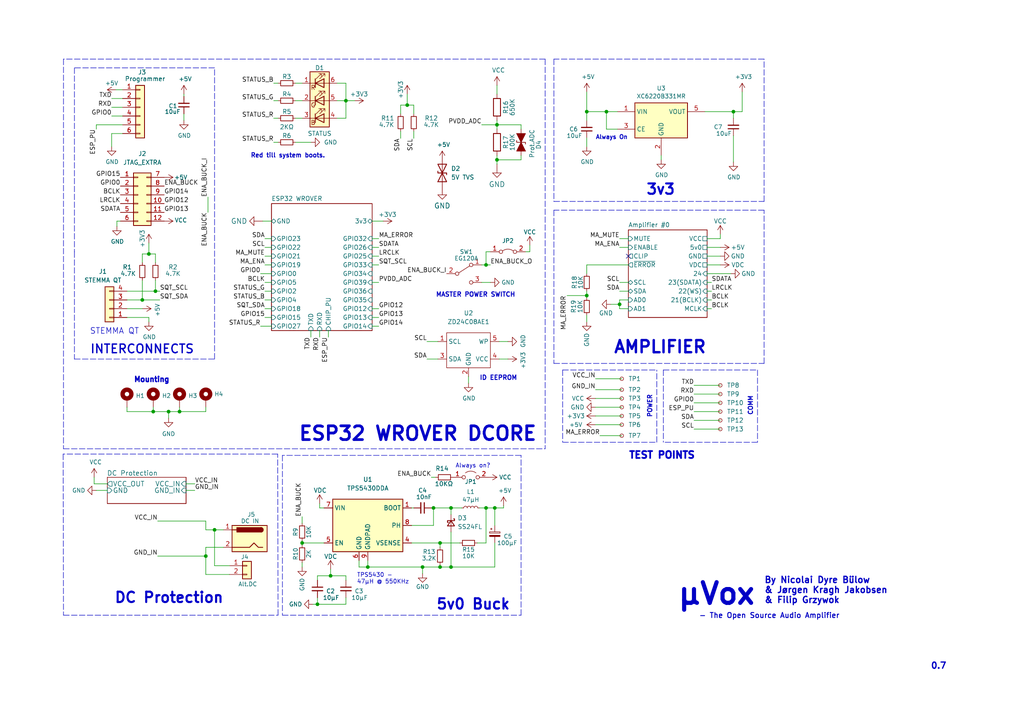
<source format=kicad_sch>
(kicad_sch (version 20211123) (generator eeschema)
  (paper "A4")
  (junction (at 100.33 29.21))
  (junction (at 125.73 147.32))
  (junction (at 130.81 164.465))
  (junction (at 95.885 167.005))
  (junction (at 130.81 147.32))
  (junction (at 143.51 147.32))
  (junction (at 170.18 32.385))
  (junction (at 106.68 164.465))
  (junction (at 127.635 157.48))
  (junction (at 92.075 175.26))
  (junction (at 127.635 164.465))
  (junction (at 45.085 84.455))
  (junction (at 48.895 119.38))
  (junction (at 43.18 73.66))
  (junction (at 140.97 76.835))
  (junction (at 62.23 153.67))
  (junction (at 144.145 46.355))
  (junction (at 144.145 36.195))
  (junction (at 179.705 88.265))
  (junction (at 41.275 86.995))
  (junction (at 212.725 32.385))
  (junction (at 170.18 85.725))
  (junction (at 59.69 161.29))
  (junction (at 87.63 157.48))
  (junction (at 44.45 119.38))
  (junction (at 175.895 32.385))
  (junction (at 118.11 30.48))
  (junction (at 122.555 164.465))
  (junction (at 52.07 119.38))
  (junction (at 140.97 147.32))
  (no_connect (at 182.245 74.295))
  (polyline (pts (xy 81.915 132.08) (xy 81.915 178.435)))
  (polyline (pts (xy 158.115 17.145) (xy 158.115 130.175)))
  (wire (pts (xy 206.375 84.455) (xy 205.105 84.455)))
  (wire (pts (xy 79.375 24.13) (xy 80.645 24.13)))
  (wire (pts (xy 170.18 76.835) (xy 182.245 76.835)))
  (wire (pts (xy 41.275 81.28) (xy 41.275 86.995)))
  (wire (pts (xy 170.18 91.44) (xy 170.18 93.345)))
  (wire (pts (xy 33.909 64.135) (xy 33.909 65.659)))
  (wire (pts (xy 79.375 34.29) (xy 80.645 34.29)))
  (polyline (pts (xy 18.415 178.435) (xy 80.645 178.435)))
  (wire (pts (xy 107.95 94.615) (xy 109.855 94.615)))
  (wire (pts (xy 85.725 29.21) (xy 87.63 29.21)))
  (wire (pts (xy 130.81 147.32) (xy 133.985 147.32)))
  (wire (pts (xy 100.33 34.29) (xy 100.33 29.21)))
  (wire (pts (xy 127.635 163.83) (xy 127.635 164.465)))
  (wire (pts (xy 123.825 104.14) (xy 127 104.14)))
  (wire (pts (xy 201.295 121.92) (xy 208.915 121.92)))
  (wire (pts (xy 170.18 79.375) (xy 170.18 76.835)))
  (wire (pts (xy 123.825 99.06) (xy 127 99.06)))
  (wire (pts (xy 170.18 84.455) (xy 170.18 85.725)))
  (wire (pts (xy 170.18 32.385) (xy 170.18 26.67)))
  (wire (pts (xy 120.015 30.48) (xy 120.015 33.02)))
  (wire (pts (xy 130.81 147.32) (xy 125.73 147.32)))
  (wire (pts (xy 97.79 29.21) (xy 100.33 29.21)))
  (wire (pts (xy 36.83 119.38) (xy 44.45 119.38)))
  (wire (pts (xy 201.295 119.38) (xy 208.915 119.38)))
  (wire (pts (xy 212.725 32.385) (xy 215.265 32.385)))
  (wire (pts (xy 119.38 157.48) (xy 127.635 157.48)))
  (wire (pts (xy 97.79 34.29) (xy 100.33 34.29)))
  (polyline (pts (xy 221.615 58.42) (xy 221.615 17.145)))
  (wire (pts (xy 45.085 73.66) (xy 45.085 76.2)))
  (wire (pts (xy 36.83 86.995) (xy 41.275 86.995)))
  (wire (pts (xy 92.075 175.26) (xy 100.33 175.26)))
  (wire (pts (xy 31.115 142.24) (xy 27.94 142.24)))
  (wire (pts (xy 204.47 32.385) (xy 212.725 32.385)))
  (wire (pts (xy 175.895 32.385) (xy 179.07 32.385)))
  (wire (pts (xy 75.565 94.615) (xy 78.74 94.615)))
  (wire (pts (xy 85.725 34.29) (xy 87.63 34.29)))
  (wire (pts (xy 179.705 89.535) (xy 182.245 89.535)))
  (wire (pts (xy 87.63 157.48) (xy 93.98 157.48)))
  (wire (pts (xy 130.81 154.305) (xy 130.81 164.465)))
  (wire (pts (xy 135.89 109.22) (xy 135.89 111.125)))
  (wire (pts (xy 144.78 104.14) (xy 147.32 104.14)))
  (wire (pts (xy 92.71 97.79) (xy 92.71 95.885)))
  (wire (pts (xy 76.835 76.835) (xy 78.74 76.835)))
  (wire (pts (xy 79.375 41.275) (xy 80.645 41.275)))
  (polyline (pts (xy 190.5 128.27) (xy 190.5 107.315)))
  (wire (pts (xy 144.145 36.195) (xy 151.13 36.195)))
  (wire (pts (xy 41.275 76.2) (xy 41.275 73.66)))
  (polyline (pts (xy 192.405 107.315) (xy 192.405 128.27)))
  (polyline (pts (xy 62.23 19.685) (xy 21.59 19.685)))
  (wire (pts (xy 206.375 81.915) (xy 205.105 81.915)))
  (wire (pts (xy 201.295 124.46) (xy 208.915 124.46)))
  (wire (pts (xy 62.23 164.084) (xy 66.548 164.084)))
  (wire (pts (xy 208.915 71.755) (xy 205.105 71.755)))
  (wire (pts (xy 140.97 147.32) (xy 143.51 147.32)))
  (polyline (pts (xy 80.5434 131.699) (xy 18.3134 131.699)))
  (wire (pts (xy 125.73 147.32) (xy 125.095 147.32)))
  (wire (pts (xy 120.015 147.32) (xy 119.38 147.32)))
  (wire (pts (xy 179.705 88.265) (xy 179.705 89.535)))
  (wire (pts (xy 172.72 123.19) (xy 180.34 123.19)))
  (wire (pts (xy 173.99 126.365) (xy 180.34 126.365)))
  (wire (pts (xy 179.705 81.915) (xy 182.245 81.915)))
  (wire (pts (xy 118.11 30.48) (xy 120.015 30.48)))
  (polyline (pts (xy 18.415 17.145) (xy 18.415 130.175)))
  (wire (pts (xy 41.275 73.66) (xy 43.18 73.66)))
  (wire (pts (xy 100.33 24.13) (xy 100.33 29.21)))
  (wire (pts (xy 95.885 165.1) (xy 95.885 167.005)))
  (wire (pts (xy 59.69 166.624) (xy 66.548 166.624)))
  (wire (pts (xy 140.97 157.48) (xy 140.97 147.32)))
  (wire (pts (xy 143.51 152.4) (xy 143.51 147.32)))
  (polyline (pts (xy 163.195 128.27) (xy 190.5 128.27)))
  (wire (pts (xy 206.375 86.995) (xy 205.105 86.995)))
  (wire (pts (xy 179.07 37.465) (xy 175.895 37.465)))
  (wire (pts (xy 45.085 81.28) (xy 45.085 84.455)))
  (polyline (pts (xy 163.195 107.315) (xy 163.195 128.27)))
  (wire (pts (xy 87.63 157.48) (xy 87.63 156.845)))
  (wire (pts (xy 93.98 147.32) (xy 92.71 147.32)))
  (wire (pts (xy 139.7 36.195) (xy 144.145 36.195)))
  (wire (pts (xy 144.78 99.06) (xy 147.32 99.06)))
  (wire (pts (xy 87.63 158.115) (xy 87.63 157.48)))
  (wire (pts (xy 97.79 24.13) (xy 100.33 24.13)))
  (wire (pts (xy 127.635 164.465) (xy 130.81 164.465)))
  (wire (pts (xy 95.25 97.79) (xy 95.25 95.885)))
  (wire (pts (xy 87.63 164.465) (xy 87.63 163.195)))
  (wire (pts (xy 140.97 76.835) (xy 142.24 76.835)))
  (wire (pts (xy 85.725 24.13) (xy 87.63 24.13)))
  (wire (pts (xy 170.18 32.385) (xy 175.895 32.385)))
  (polyline (pts (xy 160.655 60.96) (xy 160.655 105.41)))
  (wire (pts (xy 212.725 39.37) (xy 212.725 46.99)))
  (wire (pts (xy 31.115 140.335) (xy 27.305 140.335)))
  (wire (pts (xy 35.56 26.035) (xy 33.655 26.035)))
  (wire (pts (xy 92.075 173.355) (xy 92.075 175.26)))
  (wire (pts (xy 100.33 167.005) (xy 100.33 168.275)))
  (wire (pts (xy 151.13 45.085) (xy 151.13 46.355)))
  (wire (pts (xy 27.94 37.465) (xy 27.94 36.195)))
  (wire (pts (xy 208.915 67.945) (xy 208.915 69.215)))
  (wire (pts (xy 116.205 40.132) (xy 116.205 38.1)))
  (wire (pts (xy 79.375 29.21) (xy 80.645 29.21)))
  (polyline (pts (xy 151.13 132.08) (xy 81.915 132.08)))
  (wire (pts (xy 106.68 164.465) (xy 122.555 164.465)))
  (wire (pts (xy 44.45 119.38) (xy 44.45 118.11)))
  (wire (pts (xy 59.69 151.13) (xy 59.69 153.67)))
  (wire (pts (xy 140.97 73.025) (xy 142.24 73.025)))
  (wire (pts (xy 179.705 84.455) (xy 182.245 84.455)))
  (wire (pts (xy 76.835 71.755) (xy 78.74 71.755)))
  (wire (pts (xy 76.835 84.455) (xy 78.74 84.455)))
  (wire (pts (xy 43.18 70.485) (xy 43.18 73.66)))
  (wire (pts (xy 201.295 114.3) (xy 208.915 114.3)))
  (wire (pts (xy 32.385 38.735) (xy 32.385 42.545)))
  (wire (pts (xy 205.105 76.835) (xy 208.915 76.835)))
  (wire (pts (xy 140.97 76.835) (xy 140.97 73.025)))
  (polyline (pts (xy 219.71 128.27) (xy 192.405 128.27)))
  (wire (pts (xy 76.835 86.995) (xy 78.74 86.995)))
  (wire (pts (xy 127.635 157.48) (xy 127.635 158.75)))
  (wire (pts (xy 107.95 89.535) (xy 109.855 89.535)))
  (wire (pts (xy 125.73 152.4) (xy 125.73 147.32)))
  (wire (pts (xy 76.835 69.215) (xy 78.74 69.215)))
  (polyline (pts (xy 18.415 130.175) (xy 158.115 130.175)))
  (wire (pts (xy 201.295 116.84) (xy 208.915 116.84)))
  (wire (pts (xy 177.165 88.265) (xy 179.705 88.265)))
  (wire (pts (xy 116.205 30.48) (xy 118.11 30.48)))
  (wire (pts (xy 100.33 175.26) (xy 100.33 173.355)))
  (polyline (pts (xy 151.13 178.435) (xy 151.13 132.08)))
  (wire (pts (xy 100.33 29.21) (xy 102.87 29.21)))
  (wire (pts (xy 146.05 146.685) (xy 146.05 147.32)))
  (wire (pts (xy 143.51 157.48) (xy 143.51 164.465)))
  (wire (pts (xy 44.45 119.38) (xy 48.895 119.38)))
  (wire (pts (xy 153.67 71.12) (xy 153.67 73.025)))
  (wire (pts (xy 139.7 81.915) (xy 142.24 81.915)))
  (wire (pts (xy 109.855 74.295) (xy 107.95 74.295)))
  (wire (pts (xy 191.77 46.355) (xy 191.77 45.085)))
  (wire (pts (xy 45.085 84.455) (xy 46.355 84.455)))
  (wire (pts (xy 32.385 31.115) (xy 35.56 31.115)))
  (wire (pts (xy 87.63 151.765) (xy 87.63 149.86)))
  (polyline (pts (xy 221.615 105.41) (xy 221.615 60.96)))
  (wire (pts (xy 36.83 84.455) (xy 45.085 84.455)))
  (polyline (pts (xy 160.655 58.42) (xy 221.615 58.42)))
  (polyline (pts (xy 21.59 19.685) (xy 21.59 73.025)))
  (polyline (pts (xy 221.615 17.145) (xy 160.655 17.145)))
  (polyline (pts (xy 221.615 60.96) (xy 160.655 60.96)))
  (wire (pts (xy 62.23 153.67) (xy 64.77 153.67)))
  (wire (pts (xy 172.72 120.65) (xy 180.34 120.65)))
  (wire (pts (xy 76.835 81.915) (xy 78.74 81.915)))
  (wire (pts (xy 107.95 69.215) (xy 109.855 69.215)))
  (wire (pts (xy 144.145 36.195) (xy 144.145 34.925)))
  (wire (pts (xy 179.705 86.995) (xy 179.705 88.265)))
  (wire (pts (xy 60.325 61.595) (xy 60.325 57.15)))
  (wire (pts (xy 172.72 109.855) (xy 180.34 109.855)))
  (wire (pts (xy 95.885 167.005) (xy 100.33 167.005)))
  (wire (pts (xy 170.18 40.005) (xy 170.18 42.545)))
  (wire (pts (xy 27.94 36.195) (xy 35.56 36.195)))
  (wire (pts (xy 143.51 164.465) (xy 130.81 164.465)))
  (wire (pts (xy 53.975 140.335) (xy 56.515 140.335)))
  (wire (pts (xy 164.465 85.725) (xy 170.18 85.725)))
  (wire (pts (xy 122.555 164.465) (xy 122.555 166.37)))
  (wire (pts (xy 138.43 157.48) (xy 140.97 157.48)))
  (wire (pts (xy 205.105 79.375) (xy 211.963 79.375)))
  (wire (pts (xy 36.83 92.075) (xy 43.18 92.075)))
  (wire (pts (xy 90.805 175.26) (xy 92.075 175.26)))
  (wire (pts (xy 41.275 86.995) (xy 46.355 86.995)))
  (wire (pts (xy 48.895 119.38) (xy 48.895 121.285)))
  (wire (pts (xy 139.7 76.835) (xy 140.97 76.835)))
  (wire (pts (xy 130.81 149.225) (xy 130.81 147.32)))
  (wire (pts (xy 127.635 157.48) (xy 133.35 157.48)))
  (wire (pts (xy 152.4 73.025) (xy 153.67 73.025)))
  (wire (pts (xy 76.835 89.535) (xy 78.74 89.535)))
  (wire (pts (xy 92.075 168.275) (xy 92.075 167.005)))
  (wire (pts (xy 35.56 33.655) (xy 32.385 33.655)))
  (polyline (pts (xy 62.23 104.14) (xy 62.23 19.685)))
  (wire (pts (xy 107.95 64.135) (xy 111.125 64.135)))
  (wire (pts (xy 45.72 151.13) (xy 59.69 151.13)))
  (wire (pts (xy 182.245 86.995) (xy 179.705 86.995)))
  (polyline (pts (xy 158.115 17.145) (xy 18.415 17.145)))
  (wire (pts (xy 43.18 73.66) (xy 45.085 73.66)))
  (polyline (pts (xy 81.915 178.435) (xy 151.13 178.435)))
  (wire (pts (xy 53.34 33.02) (xy 53.34 34.925)))
  (polyline (pts (xy 21.59 73.025) (xy 21.59 104.14)))
  (wire (pts (xy 59.69 119.38) (xy 52.07 119.38)))
  (polyline (pts (xy 219.71 107.315) (xy 219.71 128.27)))
  (wire (pts (xy 78.74 92.075) (xy 76.835 92.075)))
  (wire (pts (xy 179.705 69.215) (xy 182.245 69.215)))
  (wire (pts (xy 175.895 37.465) (xy 175.895 32.385)))
  (wire (pts (xy 32.385 28.575) (xy 35.56 28.575)))
  (wire (pts (xy 151.13 36.195) (xy 151.13 37.465)))
  (wire (pts (xy 43.18 92.075) (xy 43.18 93.345)))
  (wire (pts (xy 144.145 36.195) (xy 144.145 37.465)))
  (wire (pts (xy 116.205 33.02) (xy 116.205 30.48)))
  (wire (pts (xy 59.69 118.11) (xy 59.69 119.38)))
  (wire (pts (xy 62.23 153.67) (xy 62.23 164.084)))
  (wire (pts (xy 179.705 71.755) (xy 182.245 71.755)))
  (wire (pts (xy 122.555 164.465) (xy 127.635 164.465)))
  (wire (pts (xy 120.015 40.132) (xy 120.015 38.1)))
  (polyline (pts (xy 163.195 107.315) (xy 190.5 107.315)))
  (wire (pts (xy 90.17 97.79) (xy 90.17 95.885)))
  (wire (pts (xy 118.11 27.305) (xy 118.11 30.48)))
  (wire (pts (xy 107.95 92.075) (xy 109.855 92.075)))
  (wire (pts (xy 170.18 85.725) (xy 170.18 86.36)))
  (wire (pts (xy 53.34 27.305) (xy 53.34 27.94)))
  (wire (pts (xy 151.13 46.355) (xy 144.145 46.355)))
  (wire (pts (xy 125.095 138.43) (xy 126.365 138.43)))
  (wire (pts (xy 172.72 118.11) (xy 180.34 118.11)))
  (wire (pts (xy 144.145 46.355) (xy 144.145 47.625)))
  (wire (pts (xy 146.05 147.32) (xy 143.51 147.32)))
  (wire (pts (xy 36.83 89.535) (xy 41.275 89.535)))
  (polyline (pts (xy 18.3134 131.699) (xy 18.415 178.435)))
  (wire (pts (xy 34.925 64.135) (xy 33.909 64.135)))
  (wire (pts (xy 36.83 118.11) (xy 36.83 119.38)))
  (wire (pts (xy 104.14 162.56) (xy 104.14 164.465)))
  (polyline (pts (xy 21.59 104.14) (xy 62.23 104.14)))
  (wire (pts (xy 59.69 153.67) (xy 62.23 153.67)))
  (wire (pts (xy 107.95 76.835) (xy 109.855 76.835)))
  (wire (pts (xy 78.74 79.375) (xy 75.565 79.375)))
  (wire (pts (xy 59.69 161.29) (xy 59.69 158.75)))
  (wire (pts (xy 76.835 74.295) (xy 78.74 74.295)))
  (wire (pts (xy 109.855 81.915) (xy 107.95 81.915)))
  (wire (pts (xy 109.855 71.755) (xy 107.95 71.755)))
  (wire (pts (xy 52.07 119.38) (xy 52.07 118.11)))
  (wire (pts (xy 119.38 152.4) (xy 125.73 152.4)))
  (wire (pts (xy 139.065 147.32) (xy 140.97 147.32)))
  (polyline (pts (xy 80.645 178.435) (xy 80.5434 131.699)))
  (polyline (pts (xy 160.655 17.145) (xy 160.655 58.42)))
  (wire (pts (xy 206.375 89.535) (xy 205.105 89.535)))
  (wire (pts (xy 205.105 74.295) (xy 208.915 74.295)))
  (wire (pts (xy 144.145 45.085) (xy 144.145 46.355)))
  (wire (pts (xy 85.725 41.275) (xy 90.17 41.275)))
  (wire (pts (xy 144.145 27.305) (xy 144.145 24.765)))
  (wire (pts (xy 170.18 32.385) (xy 170.18 34.925)))
  (wire (pts (xy 201.295 111.76) (xy 208.915 111.76)))
  (wire (pts (xy 104.14 164.465) (xy 106.68 164.465)))
  (wire (pts (xy 48.895 119.38) (xy 52.07 119.38)))
  (wire (pts (xy 45.72 161.29) (xy 59.69 161.29)))
  (wire (pts (xy 212.725 32.385) (xy 212.725 34.29)))
  (wire (pts (xy 53.975 142.24) (xy 56.515 142.24)))
  (wire (pts (xy 59.69 158.75) (xy 64.77 158.75)))
  (polyline (pts (xy 160.655 105.41) (xy 221.615 105.41)))
  (polyline (pts (xy 192.405 107.315) (xy 219.71 107.315)))
  (wire (pts (xy 205.105 69.215) (xy 208.915 69.215)))
  (wire (pts (xy 59.69 166.624) (xy 59.69 161.29)))
  (wire (pts (xy 92.71 147.32) (xy 92.71 146.05)))
  (wire (pts (xy 172.72 113.03) (xy 180.34 113.03)))
  (wire (pts (xy 27.305 140.335) (xy 27.305 138.43)))
  (wire (pts (xy 106.68 164.465) (xy 106.68 162.56)))
  (wire (pts (xy 78.74 64.135) (xy 76.2 64.135)))
  (wire (pts (xy 172.72 115.57) (xy 180.34 115.57)))
  (wire (pts (xy 92.075 167.005) (xy 95.885 167.005)))
  (wire (pts (xy 35.56 38.735) (xy 32.385 38.735)))
  (wire (pts (xy 215.265 32.385) (xy 215.265 26.67)))
  (text "- The Open Source Audio Amplifier" (at 202.692 179.578 0) (effects (font (size 1.5 1.5) (thickness 0.254) bold) (justify left bottom)))
  (text "STEMMA QT" (at 26.035 97.155 0) (effects (font (size 1.7 1.7)) (justify left bottom)))
  (text "TPS5430 - \n47µH @ 550KHz" (at 103.505 169.545 0) (effects (font (size 1.1938 1.1938)) (justify left bottom)))
  (text "Red till system boots." (at 72.644 45.974 0) (effects (font (size 1.27 1.27) (thickness 0.254) bold) (justify left bottom)))
  (text "COMM" (at 218.44 120.65 90) (effects (font (size 1.27 1.27) (thickness 0.254) bold) (justify left bottom)))
  (text "POWER" (at 189.23 121.285 90) (effects (font (size 1.27 1.27) (thickness 0.254) bold) (justify left bottom)))
  (text "DC Protection" (at 33.02 175.26 0) (effects (font (size 2.9972 2.9972) (thickness 0.5994) bold) (justify left bottom)))
  (text "By Nicolai Dyre Bülow \n& Jørgen Kragh Jakobsen\n& Filip Grzywok" (at 221.615 175.26 0) (effects (font (size 1.8034 1.8034) (thickness 0.3607) bold) (justify left bottom)))
  (text "TEST POINTS\n" (at 182.245 133.35 0) (effects (font (size 2 2) (thickness 0.701) bold) (justify left bottom)))
  (text "3v3" (at 187.2488 56.8452 0) (effects (font (size 2.9972 2.9972) (thickness 0.5994) bold) (justify left bottom)))
  (text "AMPLIFIER" (at 177.8 102.87 0) (effects (font (size 3.5052 3.5052) (thickness 0.701) bold) (justify left bottom)))
  (text "INTERCONNECTS" (at 26.035 102.87 0) (effects (font (size 2.5 2.5) (thickness 0.4) bold) (justify left bottom)))
  (text "Mounting" (at 38.735 111.125 0) (effects (font (size 1.5 1.5) (thickness 0.5994) bold) (justify left bottom)))
  (text "ESP32 WROVER DCORE" (at 86.36 128.27 0) (effects (font (size 3.9878 3.9878) (thickness 0.7976) bold) (justify left bottom)))
  (text "Always on?" (at 132.08 135.89 0) (effects (font (size 1.2 1.2)) (justify left bottom)))
  (text "µVox" (at 196.215 175.895 0) (effects (font (size 5.9944 5.9944) (thickness 1.1989) bold) (justify left bottom)))
  (text "ID EEPROM" (at 139.065 110.49 0) (effects (font (size 1.2954 1.2954) (thickness 0.2591) bold) (justify left bottom)))
  (text "5v0 Buck" (at 126.365 177.165 0) (effects (font (size 2.9972 2.9972) (thickness 0.5994) bold) (justify left bottom)))
  (text "MASTER POWER SWITCH" (at 126.365 86.36 0) (effects (font (size 1.2954 1.2954) (thickness 0.2591) bold) (justify left bottom)))
  (text "0.7" (at 269.875 194.31 0) (effects (font (size 1.8034 1.8034) (thickness 0.3607) bold) (justify left bottom)))
  (text "Always On" (at 172.72 40.64 0) (effects (font (size 1.1938 1.1938) (thickness 0.2388) bold) (justify left bottom)))
  (label "GPIO0" (at 34.925 53.975 180))
  (label "ENA_BUCK" (at 87.63 149.86 90))
  (label "STATUS_R" (at 75.565 94.615 180))
  (label "SDATA" (at 109.855 71.755 0))
  (label "GND_IN" (at 172.72 113.03 180))
  (label "BCLK" (at 76.835 81.915 180))
  (label "GPIO13" (at 47.625 61.595 0))
  (label "ENA_BUCK_I" (at 129.54 79.375 180))
  (label "MA_ENA" (at 179.705 71.755 180))
  (label "STATUS_B" (at 76.835 86.995 180))
  (label "GPIO12" (at 109.855 89.535 0))
  (label "ENA_BUCK" (at 47.625 53.975 0))
  (label "SCL" (at 179.705 81.915 180))
  (label "SCL" (at 120.015 40.132 270))
  (label "VCC_IN" (at 172.72 109.855 180))
  (label "RXD" (at 201.295 114.3 180))
  (label "ENA_BUCK" (at 125.095 138.43 180))
  (label "MA_ERROR" (at 164.465 85.725 270))
  (label "SCL" (at 76.835 71.755 180))
  (label "STATUS_R" (at 79.375 34.29 180))
  (label "LRCLK" (at 109.855 74.295 0))
  (label "TXD" (at 32.385 28.575 180))
  (label "GPIO15" (at 76.835 92.075 180))
  (label "SCL" (at 123.825 99.06 180))
  (label "SDA" (at 201.295 121.92 180))
  (label "SQT_SDA" (at 46.355 86.995 0))
  (label "VCC_IN" (at 56.515 140.335 0))
  (label "SQT_SCL" (at 46.355 84.455 0))
  (label "SDA" (at 179.705 84.455 180))
  (label "SDA" (at 76.835 69.215 180))
  (label "TXD" (at 90.17 97.79 270))
  (label "GPIO15" (at 34.925 51.435 180))
  (label "MA_MUTE" (at 76.835 74.295 180))
  (label "STATUS_R" (at 79.375 41.275 180))
  (label "SCL" (at 201.295 124.46 180))
  (label "ESP_PU" (at 27.94 37.465 270))
  (label "MA_ERROR" (at 173.99 126.365 180))
  (label "SQT_SCL" (at 109.855 76.835 0))
  (label "VCC_IN" (at 45.72 151.13 180))
  (label "GND_IN" (at 45.72 161.29 180))
  (label "MA_ENA" (at 76.835 76.835 180))
  (label "STATUS_G" (at 76.835 84.455 180))
  (label "GND_IN" (at 56.515 142.24 0))
  (label "RXD" (at 92.71 97.79 270))
  (label "ENA_BUCK_O" (at 142.24 76.835 0))
  (label "BCLK" (at 34.925 56.515 180))
  (label "LRCLK" (at 206.375 84.455 0))
  (label "SDA" (at 123.825 104.14 180))
  (label "MA_MUTE" (at 179.705 69.215 180))
  (label "GPIO14" (at 109.855 94.615 0))
  (label "STATUS_B" (at 79.375 24.13 180))
  (label "SDATA" (at 34.925 61.595 180))
  (label "BCLK" (at 206.375 86.995 0))
  (label "SDATA" (at 206.375 81.915 0))
  (label "PVDD_ADC" (at 139.7 36.195 180))
  (label "BCLK" (at 206.375 89.535 0))
  (label "SQT_SDA" (at 76.835 89.535 180))
  (label "GPIO13" (at 109.855 92.075 0))
  (label "PVDD_ADC" (at 109.855 81.915 0))
  (label "ESP_PU" (at 201.295 119.38 180))
  (label "ENA_BUCK_I" (at 60.325 57.15 90))
  (label "LRCLK" (at 34.925 59.055 180))
  (label "GPIO14" (at 47.625 56.515 0))
  (label "ENA_BUCK" (at 60.325 61.595 270))
  (label "GPIO0" (at 32.385 33.655 180))
  (label "ESP_PU" (at 95.25 97.79 270))
  (label "MA_ERROR" (at 109.855 69.215 0))
  (label "STATUS_G" (at 79.375 29.21 180))
  (label "RXD" (at 32.385 31.115 180))
  (label "GPIO12" (at 47.625 59.055 0))
  (label "SDA" (at 116.205 40.132 270))
  (label "GPIO0" (at 201.295 116.84 180))
  (label "TXD" (at 201.295 111.76 180))
  (label "GPIO0" (at 75.565 79.375 180))
  (symbol (lib_id "power:GND") (at 32.385 42.545 0) (unit 1)
    (property "Reference" "#PWR03" (effects hide))
    (property "Value" "GND" (at 32.512 46.9392 0) (effects (font (size 1.2 1.2))))
  )
  (symbol (lib_id "Regulator_Linear:XC6220B331MR") (at 191.77 34.925 0) (unit 1)
    (property "Reference" "U3" (at 191.77 25.6032 0) (effects (font (size 1.2 1.2))))
    (property "Value" "XC6220B331MR" (at 191.77 27.9146 0) (effects (font (size 1.2 1.2))))
    (property "Footprint" "Package_TO_SOT_SMD:SOT-23-5" (effects hide))
    (property "Datasheet" "https://www.torexsemi.com/file/xc6220/XC6220.pdf" (effects hide))
    (property "LCSC" "C86534" (effects hide))
  )
  (symbol (lib_id "power:+3V3") (at 215.265 26.67 0) (unit 1)
    (property "Reference" "#PWR048" (effects hide))
    (property "Value" "+3V3" (at 215.646 22.2758 0) (effects (font (size 1.2 1.2))))
  )
  (symbol (lib_id "Device:C_Small") (at 212.725 36.83 0) (mirror x) (unit 1)
    (property "Reference" "C7" (at 207.01 36.83 0) (effects (font (size 1.2 1.2)) (justify left)))
    (property "Value" "10uF" (at 207.645 38.735 0) (effects (font (size 1.2 1.2)) (justify left)))
    (property "Footprint" "Capacitor_SMD:C_0805_2012Metric" (effects hide))
    (property "LCSC" "C519978" (effects hide))
  )
  (symbol (lib_id "Device:C_Small") (at 170.18 37.465 180) (unit 1)
    (property "Reference" "C6" (at 167.64 37.465 0) (effects (font (size 1.2 1.2)) (justify left)))
    (property "Value" "10uF" (at 168.91 39.37 0) (effects (font (size 1.2 1.2)) (justify left)))
    (property "Footprint" "Capacitor_SMD:C_0805_2012Metric" (effects hide))
    (property "LCSC" "C519978" (effects hide))
  )
  (symbol (lib_id "power:GND") (at 170.18 42.545 0) (unit 1)
    (property "Reference" "#PWR034" (effects hide))
    (property "Value" "GND" (at 170.307 46.9392 0) (effects (font (size 1.2 1.2))))
  )
  (symbol (lib_id "power:GND") (at 191.77 46.355 0) (unit 1)
    (property "Reference" "#PWR041" (effects hide))
    (property "Value" "GND" (at 191.897 50.7492 0) (effects (font (size 1.2 1.2))))
  )
  (symbol (lib_id "power:+5V") (at 170.18 26.67 0) (unit 1)
    (property "Reference" "#PWR033" (effects hide))
    (property "Value" "+5V" (at 170.561 22.2758 0) (effects (font (size 1.2 1.2))))
  )
  (symbol (lib_id "Connector:Barrel_Jack") (at 72.39 156.21 0) (mirror y) (unit 1)
    (property "Reference" "J5" (at 71.755 149.225 0) (effects (font (size 1.2 1.2)) (justify right)))
    (property "Value" "DC IN" (at 69.85 151.13 0) (effects (font (size 1.2 1.2)) (justify right)))
    (property "Footprint" "Connector_BarrelJack:BarrelJack_CUI_PJ-063AH_Horizontal" (effects hide))
    (property "Digikey" "CP-063AH-ND" (effects hide))
  )
  (symbol (lib_id "power:VCC") (at 27.305 138.43 0) (unit 1)
    (property "Reference" "#PWR01" (effects hide))
    (property "Value" "VCC" (at 27.7368 134.0358 0) (effects (font (size 1.2 1.2))))
  )
  (symbol (lib_id "power:GND") (at 27.94 142.24 270) (unit 1)
    (property "Reference" "#PWR02" (effects hide))
    (property "Value" "GND" (at 24.765 142.24 90) (effects (font (size 1.2 1.2)) (justify right)))
  )
  (symbol (lib_id "power:GND") (at 87.63 164.465 0) (unit 1)
    (property "Reference" "#PWR014" (effects hide))
    (property "Value" "GND" (at 87.63 169.545 90) (effects (font (size 1.2 1.2))))
  )
  (symbol (lib_id "Connector:TestPoint_Small") (at 208.915 121.92 0) (unit 1)
    (property "Reference" "TP12" (at 210.82 121.9199 0) (effects (justify left)))
    (property "Value" "TestPoint_Small" (effects hide))
    (property "Footprint" "TestPoint:TestPoint_Pad_D1.5mm" (effects hide))
  )
  (symbol (lib_id "Device:R_Small") (at 128.905 138.43 90) (mirror x) (unit 1)
    (property "Reference" "R14" (at 130.175 135.89 90) (effects (justify left)))
    (property "Value" "10KΩ" (at 131.445 140.335 90) (effects (justify left)))
    (property "Footprint" "Resistor_SMD:R_0603_1608Metric" (effects hide))
    (property "LCSC" "C25804" (effects hide))
  )
  (symbol (lib_id "Device:R_Small") (at 135.89 157.48 90) (mirror x) (unit 1)
    (property "Reference" "R15" (at 135.89 159.385 90) (effects (font (size 1.2 1.2))))
    (property "Value" "10K" (at 135.89 161.29 90) (effects (font (size 1.2 1.2))))
    (property "Footprint" "Resistor_SMD:R_0603_1608Metric" (effects hide))
    (property "LCSC" "C25804" (effects hide))
  )
  (symbol (lib_id "power:VCC") (at 141.605 138.43 270) (unit 1)
    (property "Reference" "#PWR026" (effects hide))
    (property "Value" "VCC" (at 146.558 138.43 90) (effects (font (size 1.2 1.2))))
  )
  (symbol (lib_id "power:+5V") (at 41.275 89.535 270) (unit 1)
    (property "Reference" "#PWR06" (effects hide))
    (property "Value" "+5V" (at 45.6692 89.916 0) (effects (font (size 1.2 1.2))))
  )
  (symbol (lib_id "power:VCC") (at 47.625 64.135 270) (unit 1)
    (property "Reference" "#PWR010" (effects hide))
    (property "Value" "VCC" (at 52.451 63.881 90) (effects (font (size 1.2 1.2))))
  )
  (symbol (lib_id "Switch:SW_SPDT") (at 134.62 79.375 0) (unit 1)
    (property "Reference" "SW1" (at 135.255 73.025 0) (effects (font (size 1.2 1.2))))
    (property "Value" "EG120A" (at 135.255 74.93 0) (effects (font (size 1.2 1.2))))
    (property "Footprint" "Lib:SLIDE-SWITCH" (effects hide))
    (property "TME" "EG1917" (effects hide))
    (property "Distributor" "TME" (effects hide))
  )
  (symbol (lib_id "Connector_Generic:Conn_01x04") (at 31.75 89.535 180) (unit 1)
    (property "Reference" "J1" (at 29.845 78.74 0))
    (property "Value" "STEMMA QT" (at 29.845 81.28 0))
    (property "Footprint" "Connector_JST:JST_SH_SM04B-SRSS-TB_1x04-1MP_P1.00mm_Horizontal" (effects hide))
    (property "LCSC" "C160404" (effects hide))
  )
  (symbol (lib_id "power:VCC") (at 144.145 24.765 0) (unit 1)
    (property "Reference" "#PWR028" (effects hide))
    (property "Value" "VCC" (at 144.5768 20.3708 0))
  )
  (symbol (lib_id "Connector:TestPoint_Small") (at 180.34 118.11 0) (unit 1)
    (property "Reference" "TP4" (at 182.245 118.1099 0) (effects (justify left)))
    (property "Value" "TestPoint_Small" (effects hide))
    (property "Footprint" "TestPoint:TestPoint_Pad_D1.5mm" (effects hide))
  )
  (symbol (lib_id "Device:C_Small") (at 122.555 147.32 270) (mirror x) (unit 1)
    (property "Reference" "C4" (at 121.285 142.24 90) (effects (font (size 1.2 1.2)) (justify left)))
    (property "Value" "10nF" (at 120.65 144.145 90) (effects (font (size 1.2 1.2)) (justify left)))
    (property "Footprint" "Capacitor_SMD:C_0805_2012Metric" (effects hide))
    (property "LCSC" "C83170" (effects hide))
  )
  (symbol (lib_id "Connector:TestPoint_Small") (at 208.915 111.76 0) (unit 1)
    (property "Reference" "TP8" (at 210.82 111.7599 0) (effects (justify left)))
    (property "Value" "TestPoint_Small" (effects hide))
    (property "Footprint" "TestPoint:TestPoint_Pad_D1.5mm" (effects hide))
  )
  (symbol (lib_id "Mechanical:MountingHole_Pad") (at 36.83 115.57 0) (unit 1)
    (property "Reference" "H1" (at 39.37 114.779 0) (effects (font (size 1.2 1.2)) (justify left)))
    (property "Value" "MountingHole_Pad" (effects hide))
    (property "Footprint" "Lib:MountingHole_PSUDO_M4" (effects hide))
  )
  (symbol (lib_id "power:+5V") (at 47.625 51.435 270) (unit 1)
    (property "Reference" "#PWR09" (effects hide))
    (property "Value" "+5V" (at 52.451 51.435 90) (effects (font (size 1.2 1.2))))
  )
  (symbol (lib_id "Mechanical:MountingHole_Pad") (at 52.07 115.57 0) (unit 1)
    (property "Reference" "H3" (at 54.61 114.779 0) (effects (font (size 1.2 1.2)) (justify left)))
    (property "Value" "MountingHole_Pad" (effects hide))
    (property "Footprint" "Lib:MountingHole_PSUDO_M4" (effects hide))
  )
  (symbol (lib_id "Device:D_TVS") (at 128.27 50.165 90) (unit 1)
    (property "Reference" "D2" (at 130.81 48.8949 90) (effects (justify right)))
    (property "Value" "5V TVS" (at 130.81 51.4349 90) (effects (justify right)))
    (property "Footprint" "Diode_SMD:D_SOD-323" (effects hide))
    (property "LCSC" "C384858" (effects hide))
  )
  (symbol (lib_id "Device:CP_Small") (at 143.51 154.94 0) (unit 1)
    (property "Reference" "C5" (at 146.05 155.575 0) (effects (font (size 1.2 1.2)) (justify left)))
    (property "Value" "100µF" (at 144.145 157.48 0) (effects (font (size 1.2 1.2)) (justify left)))
    (property "Footprint" "Capacitor_SMD:C_Elec_5x5.4" (effects hide))
    (property "LCSC" "C3001205" (effects hide))
  )
  (symbol (lib_id "power:VCC") (at 172.72 115.57 90) (unit 1)
    (property "Reference" "#PWR036" (effects hide))
    (property "Value" "VCC" (at 167.64 115.57 90) (effects (font (size 1.2 1.2))))
  )
  (symbol (lib_id "Device:R_Small") (at 87.63 154.305 0) (mirror y) (unit 1)
    (property "Reference" "R9" (at 85.725 154.305 90) (effects (font (size 1.2 1.2))))
    (property "Value" "10K" (at 89.535 154.305 90) (effects (font (size 1.2 1.2))))
    (property "Footprint" "Resistor_SMD:R_0603_1608Metric" (effects hide))
    (property "LCSC" "C25804" (effects hide))
  )
  (symbol (lib_id "Connector_Generic:Conn_01x06") (at 40.64 31.115 0) (unit 1)
    (property "Reference" "J3" (at 40.005 20.955 0) (effects (justify left)))
    (property "Value" "Programmer" (at 36.195 22.86 0) (effects (justify left)))
    (property "Footprint" "Connector_PinHeader_2.54mm:PinHeader_1x06_P2.54mm_Vertical" (effects hide))
  )
  (symbol (lib_id "Connector:TestPoint_Small") (at 180.34 126.365 0) (unit 1)
    (property "Reference" "TP7" (at 182.245 126.3649 0) (effects (justify left)))
    (property "Value" "TestPoint_Small" (effects hide))
    (property "Footprint" "TestPoint:TestPoint_Pad_D1.5mm" (effects hide))
  )
  (symbol (lib_id "Device:R_Small") (at 41.275 78.74 180) (unit 1)
    (property "Reference" "R1" (at 35.56 77.47 0) (effects (justify right)))
    (property "Value" "4.7K" (at 34.925 79.375 0) (effects (justify right)))
    (property "Footprint" "Resistor_SMD:R_0603_1608Metric" (effects hide))
  )
  (symbol (lib_id "Connector:TestPoint_Small") (at 208.915 116.84 0) (unit 1)
    (property "Reference" "TP10" (at 210.82 116.8399 0) (effects (justify left)))
    (property "Value" "TestPoint_Small" (effects hide))
    (property "Footprint" "TestPoint:TestPoint_Pad_D1.5mm" (effects hide))
  )
  (symbol (lib_id "power:GND") (at 33.909 65.659 0) (unit 1)
    (property "Reference" "#PWR05" (effects hide))
    (property "Value" "GND" (at 34.036 70.0532 0) (effects (font (size 1.2 1.2))))
  )
  (symbol (lib_id "power:+3V3") (at 111.125 64.135 270) (unit 1)
    (property "Reference" "#PWR021" (effects hide))
    (property "Value" "+3V3" (at 112.395 62.23 90))
  )
  (symbol (lib_id "Memory_EEPROM:ZD24C08A") (at 135.89 105.41 0) (unit 1)
    (property "Reference" "U2" (at 135.89 90.805 0))
    (property "Value" "ZD24C08AE1" (at 135.89 93.345 0))
    (property "Footprint" "Package_TO_SOT_SMD:SOT-23-5" (effects hide))
    (property "Datasheet" "https://datasheet.lcsc.com/lcsc/2204281630_Zetta-ZD24C08AE1-STGMT_C3007877.pdf" (effects hide))
    (property "LCSC" "C3007877" (effects hide))
  )
  (symbol (lib_id "Connector:TestPoint_Small") (at 180.34 115.57 0) (unit 1)
    (property "Reference" "TP3" (at 182.245 115.5699 0) (effects (justify left)))
    (property "Value" "TestPoint_Small" (effects hide))
    (property "Footprint" "TestPoint:TestPoint_Pad_D1.5mm" (effects hide))
  )
  (symbol (lib_id "power:GND") (at 43.18 93.345 0) (unit 1)
    (property "Reference" "#PWR08" (effects hide))
    (property "Value" "GND" (at 43.307 97.7392 0) (effects (font (size 1.2 1.2))))
  )
  (symbol (lib_id "PDB_Symbols:GND") (at 128.27 56.515 0) (unit 1)
    (property "Reference" "#SUPPLY02" (effects hide))
    (property "Value" "GND" (at 128.27 59.69 0) (effects (font (size 1.4986 1.4986))))
  )
  (symbol (lib_id "Connector:TestPoint_Small") (at 208.915 124.46 0) (unit 1)
    (property "Reference" "TP13" (at 210.82 124.4599 0) (effects (justify left)))
    (property "Value" "TestPoint_Small" (effects hide))
    (property "Footprint" "TestPoint:TestPoint_Pad_D1.5mm" (effects hide))
  )
  (symbol (lib_id "power:GND") (at 142.24 81.915 90) (unit 1)
    (property "Reference" "#PWR027" (effects hide))
    (property "Value" "GND" (at 145.415 81.915 90) (effects (font (size 1.2 1.2)) (justify right)))
  )
  (symbol (lib_id "power:GND") (at 48.895 121.285 0) (unit 1)
    (property "Reference" "#PWR011" (effects hide))
    (property "Value" "GND" (at 48.895 125.8475 0) (effects (font (size 1.2 1.2))))
  )
  (symbol (lib_id "MOUSAIV1.0-rescue:GND-PdB_PCB-eagle-import") (at 144.145 50.165 0) (unit 1)
    (property "Reference" "#SUPPLY03" (effects hide))
    (property "Value" "GND" (at 144.145 53.467 0) (effects (font (size 1.4986 1.4986))))
  )
  (symbol (lib_id "power:+5V") (at 208.915 71.755 270) (unit 1)
    (property "Reference" "#PWR043" (effects hide))
    (property "Value" "+5V" (at 213.995 71.755 90))
  )
  (symbol (lib_id "Device:R_Small") (at 83.185 34.29 270) (unit 1)
    (property "Reference" "R5" (at 83.185 32.385 90))
    (property "Value" "2KΩ" (at 83.185 36.83 90))
    (property "Footprint" "Resistor_SMD:R_0603_1608Metric" (effects hide))
  )
  (symbol (lib_id "Device:R") (at 144.145 31.115 0) (unit 1)
    (property "Reference" "R16" (at 146.685 31.115 90))
    (property "Value" "650K" (at 148.59 31.115 90))
    (property "Footprint" "Resistor_SMD:R_0603_1608Metric" (effects hide))
    (property "LCSC" "C101151" (effects hide))
  )
  (symbol (lib_id "power:GND") (at 177.165 88.265 270) (unit 1)
    (property "Reference" "#PWR040" (effects hide))
    (property "Value" "GND" (at 177.8 90.805 90) (effects (justify right)))
  )
  (symbol (lib_id "power:GND") (at 208.915 74.295 90) (unit 1)
    (property "Reference" "#PWR044" (effects hide))
    (property "Value" "GND" (at 213.995 74.295 90))
  )
  (symbol (lib_id "Connector:TestPoint_Small") (at 180.34 120.65 0) (unit 1)
    (property "Reference" "TP5" (at 182.245 120.6499 0) (effects (justify left)))
    (property "Value" "TestPoint_Small" (effects hide))
    (property "Footprint" "TestPoint:TestPoint_Pad_D1.5mm" (effects hide))
  )
  (symbol (lib_id "Device:R_Small") (at 87.63 160.655 0) (mirror y) (unit 1)
    (property "Reference" "R10" (at 85.725 160.655 90) (effects (font (size 1.2 1.2))))
    (property "Value" "2K" (at 89.535 160.655 90) (effects (font (size 1.2 1.2))))
    (property "Footprint" "Resistor_SMD:R_0603_1608Metric" (effects hide))
    (property "LCSC" "C2907022" (effects hide))
  )
  (symbol (lib_id "Device:R_Small") (at 83.185 29.21 270) (unit 1)
    (property "Reference" "R4" (at 83.185 27.305 90))
    (property "Value" "800R" (effects hide))
    (property "Footprint" "Resistor_SMD:R_0603_1608Metric" (effects hide))
  )
  (symbol (lib_id "Device:R_Small") (at 83.185 41.275 270) (unit 1)
    (property "Reference" "R6" (at 83.185 39.37 90))
    (property "Value" "10K" (effects hide))
    (property "Footprint" "Resistor_SMD:R_0603_1608Metric" (effects hide))
    (property "LCSC" "C25804" (effects hide))
  )
  (symbol (lib_id "power:GND") (at 90.805 175.26 270) (unit 1)
    (property "Reference" "#PWR017" (effects hide))
    (property "Value" "GND" (at 85.725 175.26 90) (effects (font (size 1.2 1.2))))
  )
  (symbol (lib_id "power:VCC") (at 208.915 67.945 0) (unit 1)
    (property "Reference" "#PWR042" (effects hide))
    (property "Value" "VCC" (at 208.915 64.135 0))
  )
  (symbol (lib_id "Device:R_Small") (at 120.015 35.56 180) (unit 1)
    (property "Reference" "R12" (at 125.095 34.29 0))
    (property "Value" "4.7K" (at 125.095 36.195 0))
    (property "Footprint" "Resistor_SMD:R_0603_1608Metric" (effects hide))
  )
  (symbol (lib_id "Connector_Generic:Conn_02x06_Top_Bottom") (at 40.005 56.515 0) (unit 1)
    (property "Reference" "J2" (at 41.275 44.577 0))
    (property "Value" "JTAG_EXTRA" (at 41.275 47.117 0))
    (property "Footprint" "Connector_IDC:IDC-Header_2x06_P2.54mm_Vertical" (effects hide))
  )
  (symbol (lib_id "Mechanical:MountingHole_Pad") (at 44.45 115.57 0) (unit 1)
    (property "Reference" "H2" (at 46.99 114.779 0) (effects (font (size 1.2 1.2)) (justify left)))
    (property "Value" "MountingHole_Pad" (effects hide))
    (property "Footprint" "Lib:MountingHole_PSUDO_M4" (effects hide))
  )
  (symbol (lib_id "Device:R_Small") (at 170.18 81.915 0) (unit 1)
    (property "Reference" "R18" (at 166.624 81.915 90))
    (property "Value" "10K" (at 168.402 81.915 90))
    (property "Footprint" "Resistor_SMD:R_0603_1608Metric" (effects hide))
    (property "LCSC" "C25804" (effects hide))
  )
  (symbol (lib_id "power:+5V") (at 33.655 26.035 90) (unit 1)
    (property "Reference" "#PWR04" (effects hide))
    (property "Value" "+5V" (at 32.385 24.13 90) (effects (font (size 1.2 1.2))))
  )
  (symbol (lib_id "power:+3V3") (at 118.11 27.305 0) (unit 1)
    (property "Reference" "#PWR022" (effects hide))
    (property "Value" "+3V3" (at 116.205 26.035 90))
  )
  (symbol (lib_id "power:GND") (at 211.963 79.375 90) (unit 1)
    (property "Reference" "#PWR046" (effects hide))
    (property "Value" "GND" (at 217.043 79.375 90))
  )
  (symbol (lib_id "power:VDC") (at 95.885 165.1 0) (unit 1)
    (property "Reference" "#PWR019" (effects hide))
    (property "Value" "VDC" (at 93.98 161.417 0) (effects (justify left)))
  )
  (symbol (lib_id "power:GND") (at 53.34 34.925 0) (unit 1)
    (property "Reference" "#PWR013" (effects hide))
    (property "Value" "GND" (at 53.467 39.3192 0) (effects (font (size 1.2 1.2))))
  )
  (symbol (lib_id "Device:R_Small") (at 45.085 78.74 180) (unit 1)
    (property "Reference" "R2" (at 50.165 77.47 0))
    (property "Value" "4.7K" (at 50.165 79.375 0))
    (property "Footprint" "Resistor_SMD:R_0603_1608Metric" (effects hide))
  )
  (symbol (lib_id "Connector:TestPoint_Small") (at 208.915 114.3 0) (unit 1)
    (property "Reference" "TP9" (at 210.82 114.2999 0) (effects (justify left)))
    (property "Value" "TestPoint_Small" (effects hide))
    (property "Footprint" "TestPoint:TestPoint_Pad_D1.5mm" (effects hide))
  )
  (symbol (lib_id "power:+5V") (at 146.05 146.685 0) (unit 1)
    (property "Reference" "#PWR029" (effects hide))
    (property "Value" "+5V" (at 146.431 142.2908 0) (effects (font (size 1.2 1.2))))
  )
  (symbol (lib_id "Connector:TestPoint_Small") (at 180.34 109.855 0) (unit 1)
    (property "Reference" "TP1" (at 182.245 109.8549 0) (effects (justify left)))
    (property "Value" "TestPoint_Small" (effects hide))
    (property "Footprint" "TestPoint:TestPoint_Pad_D1.5mm" (effects hide))
  )
  (symbol (lib_id "power:GND") (at 147.32 99.06 90) (unit 1)
    (property "Reference" "#PWR030" (effects hide))
    (property "Value" "GND" (at 151.7142 98.933 0) (effects (font (size 1.2 1.2))))
  )
  (symbol (lib_id "power:GND") (at 90.17 41.275 90) (unit 1)
    (property "Reference" "#PWR015" (effects hide))
    (property "Value" "GND" (at 95.885 41.275 90) (effects (font (size 1.2 1.2))))
  )
  (symbol (lib_id "power:+3V3") (at 102.87 29.21 270) (unit 1)
    (property "Reference" "#PWR020" (effects hide))
    (property "Value" "+3V3" (at 104.14 27.305 90))
  )
  (symbol (lib_id "Mechanical:MountingHole_Pad") (at 59.69 115.57 0) (mirror y) (unit 1)
    (property "Reference" "H4" (at 64.77 114.3 0) (effects (font (size 1.2 1.2)) (justify left)))
    (property "Value" "MountingHole_Pad" (effects hide))
    (property "Footprint" "Lib:MountingHole_PSUDO_M4" (effects hide))
  )
  (symbol (lib_id "Regulator_Switching:TPS5430DDA") (at 106.68 152.4 0) (unit 1)
    (property "Reference" "U1" (at 106.68 139.065 0))
    (property "Value" "TPS5430DDA" (at 106.68 141.605 0))
    (property "Footprint" "Package_SO:TI_SO-PowerPAD-8_ThermalVias" (effects hide))
    (property "Datasheet" "http://www.ti.com/lit/ds/symlink/tps5430.pdf" (effects hide))
    (property "LCSC" "C9864" (effects hide))
  )
  (symbol (lib_id "power:VDC") (at 208.915 76.835 270) (unit 1)
    (property "Reference" "#PWR045" (effects hide))
    (property "Value" "VDC" (at 212.09 76.835 90) (effects (justify left)))
  )
  (symbol (lib_id "power:VCC") (at 153.67 71.12 0) (unit 1)
    (property "Reference" "#PWR032" (effects hide))
    (property "Value" "VCC" (at 153.67 67.31 0) (effects (font (size 1.2 1.2))))
  )
  (symbol (lib_id "Device:R_Small") (at 116.205 35.56 180) (unit 1)
    (property "Reference" "R11" (at 110.49 34.29 0) (effects (justify right)))
    (property "Value" "4.7K" (at 109.855 36.195 0) (effects (justify right)))
    (property "Footprint" "Resistor_SMD:R_0603_1608Metric" (effects hide))
  )
  (symbol (lib_id "Device:C_Small") (at 92.075 170.815 0) (mirror y) (unit 1)
    (property "Reference" "C2" (at 97.155 171.45 0) (effects (font (size 1.2 1.2)) (justify left)))
    (property "Value" "10µF" (at 98.425 173.355 0) (effects (font (size 1.2 1.2)) (justify left)))
    (property "Footprint" "Capacitor_SMD:C_0805_2012Metric" (effects hide))
    (property "LCSC" "C440198" (effects hide))
  )
  (symbol (lib_id "Device:D_Schottky_Small") (at 130.81 151.765 270) (unit 1)
    (property "Reference" "D3" (at 132.715 150.2409 90) (effects (justify left)))
    (property "Value" "SS24FL" (at 132.715 152.7809 90) (effects (justify left)))
    (property "Footprint" "Diode_SMD:D_SOD-123F" (effects hide))
    (property "Datasheet" "https://datasheet.lcsc.com/lcsc/2003051532_KEXIN-SS24FL_C489144.pdf" (effects hide))
    (property "LCSC" "C489144" (effects hide))
  )
  (symbol (lib_id "Device:C_Small") (at 53.34 30.48 0) (mirror x) (unit 1)
    (property "Reference" "C1" (at 48.895 30.734 0) (effects (font (size 1.2 1.2)) (justify left)))
    (property "Value" "10uF" (at 47.752 32.385 0) (effects (font (size 1.2 1.2)) (justify left)))
    (property "Footprint" "Capacitor_SMD:C_0805_2012Metric" (effects hide))
    (property "LCSC" "C15850" (effects hide))
  )
  (symbol (lib_id "Device:D_TVS_ALT") (at 151.13 41.275 270) (unit 1)
    (property "Reference" "D4" (at 156.21 40.64 0) (effects (justify left)))
    (property "Value" "Prot.ADC" (at 154.305 37.465 0) (effects (justify left)))
    (property "Footprint" "Diode_SMD:D_SOD-323" (effects hide))
    (property "LCSC" "C384865" (effects hide))
  )
  (symbol (lib_id "power:+5V") (at 128.27 46.355 0) (unit 1)
    (property "Reference" "#PWR024" (effects hide))
    (property "Value" "+5V" (at 128.651 41.9608 0) (effects (font (size 1.2 1.2))))
  )
  (symbol (lib_id "Connector:TestPoint_Small") (at 180.34 113.03 0) (unit 1)
    (property "Reference" "TP2" (at 182.245 113.0299 0) (effects (justify left)))
    (property "Value" "TestPoint_Small" (effects hide))
    (property "Footprint" "TestPoint:TestPoint_Pad_D1.5mm" (effects hide))
  )
  (symbol (lib_id "Jumper:Jumper_2_Bridged") (at 147.32 73.025 0) (unit 1)
    (property "Reference" "JP2" (at 147.32 69.85 0) (effects (font (size 1.2 1.2))))
    (property "Value" "Jumper_2_Bridged" (effects hide))
    (property "Footprint" "Jumper:SolderJumper-2_P1.3mm_Bridged_RoundedPad1.0x1.5mm" (effects hide))
  )
  (symbol (lib_id "power:+3V3") (at 147.32 104.14 270) (unit 1)
    (property "Reference" "#PWR031" (effects hide))
    (property "Value" "+3V3" (at 151.7142 104.521 0) (effects (font (size 1.2 1.2))))
  )
  (symbol (lib_id "power:+3V3") (at 172.72 120.65 90) (unit 1)
    (property "Reference" "#PWR038" (effects hide))
    (property "Value" "+3V3" (at 167.005 120.65 90))
  )
  (symbol (lib_id "Device:L_Small") (at 136.525 147.32 90) (unit 1)
    (property "Reference" "L1" (at 136.525 142.621 90) (effects (font (size 1.2 1.2))))
    (property "Value" "47µH" (at 136.525 144.9324 90) (effects (font (size 1.2 1.2))))
    (property "Footprint" "Inductor_SMD:L_10.4x10.4_H4.8" (effects hide))
    (property "Datasheet" "https://datasheet.lcsc.com/lcsc/1806151532_Sunltech-Tech-SLD10D50S470MTT_C216171.pdf" (effects hide))
    (property "LCSC" "C216171" (effects hide))
  )
  (symbol (lib_id "Jumper:Jumper_2_Open") (at 136.525 138.43 0) (unit 1)
    (property "Reference" "JP1" (at 136.525 139.7 0) (effects (font (size 1.2 1.2))))
    (property "Value" "Jumper_2_Open" (effects hide))
    (property "Footprint" "Jumper:SolderJumper-2_P1.3mm_Open_RoundedPad1.0x1.5mm" (effects hide))
  )
  (symbol (lib_id "power:GND") (at 170.18 93.345 0) (unit 1)
    (property "Reference" "#PWR035" (effects hide))
    (property "Value" "GND" (at 170.18 96.52 90) (effects (justify right)))
  )
  (symbol (lib_id "Device:C_Small") (at 100.33 170.815 0) (mirror y) (unit 1)
    (property "Reference" "C3" (at 105.41 171.45 0) (effects (font (size 1.2 1.2)) (justify left)))
    (property "Value" "10µF" (at 106.68 173.355 0) (effects (font (size 1.2 1.2)) (justify left)))
    (property "Footprint" "Capacitor_SMD:C_0805_2012Metric" (effects hide))
    (property "LCSC" "C440198" (effects hide))
  )
  (symbol (lib_id "power:+5V") (at 53.34 27.305 0) (unit 1)
    (property "Reference" "#PWR012" (effects hide))
    (property "Value" "+5V" (at 53.721 22.9108 0) (effects (font (size 1.2 1.2))))
  )
  (symbol (lib_id "Device:R_Small") (at 170.18 88.9 0) (unit 1)
    (property "Reference" "R19" (at 166.37 88.9 90))
    (property "Value" "10K" (at 168.275 88.9 90))
    (property "Footprint" "Resistor_SMD:R_0603_1608Metric" (effects hide))
    (property "LCSC" "C25804" (effects hide))
  )
  (symbol (lib_id "Connector_Generic:Conn_01x02") (at 71.628 164.084 0) (unit 1)
    (property "Reference" "J4" (at 69.85 161.544 0) (effects (font (size 1.2 1.2)) (justify left)))
    (property "Value" "Alt.DC" (at 69.088 169.418 0) (effects (font (size 1.2 1.2)) (justify left)))
    (property "Footprint" "Connector_JST:JST_VH_B2PS-VH_1x02_P3.96mm_Horizontal" (effects hide))
  )
  (symbol (lib_id "power:GND") (at 172.72 118.11 270) (unit 1)
    (property "Reference" "#PWR037" (effects hide))
    (property "Value" "GND" (at 169.545 118.11 90) (effects (justify right)))
  )
  (symbol (lib_id "power:VDC") (at 92.71 146.05 0) (unit 1)
    (property "Reference" "#PWR018" (effects hide))
    (property "Value" "VDC" (at 90.932 142.24 0) (effects (justify left)))
  )
  (symbol (lib_id "Device:R_Small") (at 127.635 161.29 0) (mirror x) (unit 1)
    (property "Reference" "R13" (at 124.46 160.02 0) (effects (font (size 1.2 1.2))))
    (property "Value" "3.2K" (at 124.46 161.925 0) (effects (font (size 1.2 1.2))))
    (property "Footprint" "Resistor_SMD:R_0603_1608Metric" (effects hide))
    (property "LCSC" "C666977" (effects hide))
  )
  (symbol (lib_id "power:GND") (at 135.89 111.125 0) (unit 1)
    (property "Reference" "#PWR025" (effects hide))
    (property "Value" "GND" (at 136.017 115.5192 0) (effects (font (size 1.2 1.2))))
  )
  (symbol (lib_id "Device:LED_RGB") (at 92.71 29.21 0) (unit 1)
    (property "Reference" "D1" (at 92.71 19.685 0))
    (property "Value" "STATUS" (at 92.71 38.735 0))
    (property "Footprint" "LED_SMD:LED_WS2812_PLCC6_5.0x5.0mm_P1.6mm" (effects hide))
    (property "Distributor" "TME" (effects hide))
    (property "Identifier" " FYLS-5050NRGBC " (effects hide))
  )
  (symbol (lib_id "Device:R") (at 144.145 41.275 0) (unit 1)
    (property "Reference" "R17" (at 146.685 41.275 90))
    (property "Value" "100K" (at 148.59 41.275 90))
    (property "Footprint" "Resistor_SMD:R_0603_1608Metric" (effects hide))
    (property "LCSC" "C25803" (effects hide))
  )
  (symbol (lib_id "Device:R_Small") (at 83.185 24.13 270) (unit 1)
    (property "Reference" "R3" (at 83.185 22.225 90))
    (property "Value" "800R" (effects hide))
    (property "Footprint" "Resistor_SMD:R_0603_1608Metric" (effects hide))
  )
  (symbol (lib_id "PDB_Symbols:GND") (at 73.66 64.135 270) (unit 1)
    (property "Reference" "#SUPPLY01" (effects hide))
    (property "Value" "GND" (at 71.755 64.135 90) (effects (font (size 1.4986 1.4986)) (justify right)))
  )
  (symbol (lib_id "power:GND") (at 212.725 46.99 0) (unit 1)
    (property "Reference" "#PWR047" (effects hide))
    (property "Value" "GND" (at 212.852 51.3842 0) (effects (font (size 1.2 1.2))))
  )
  (symbol (lib_id "power:+5V") (at 172.72 123.19 90) (unit 1)
    (property "Reference" "#PWR039" (effects hide))
    (property "Value" "+5V" (at 167.005 123.19 90) (effects (font (size 1.2 1.2))))
  )
  (symbol (lib_id "power:GND") (at 122.555 166.37 0) (unit 1)
    (property "Reference" "#PWR023" (effects hide))
    (property "Value" "GND" (at 122.555 170.18 0) (effects (font (size 1.2 1.2))))
  )
  (symbol (lib_id "power:+3V3") (at 43.18 70.485 0) (unit 1)
    (property "Reference" "#PWR07" (effects hide))
    (property "Value" "+3V3" (at 41.275 69.215 90))
  )
  (symbol (lib_id "Connector:TestPoint_Small") (at 208.915 119.38 0) (unit 1)
    (property "Reference" "TP11" (at 210.82 119.3799 0) (effects (justify left)))
    (property "Value" "TestPoint_Small" (effects hide))
    (property "Footprint" "TestPoint:TestPoint_Pad_D1.5mm" (effects hide))
  )
  (symbol (lib_id "Connector:TestPoint_Small") (at 180.34 123.19 0) (unit 1)
    (property "Reference" "TP6" (at 182.245 123.1899 0) (effects (justify left)))
    (property "Value" "TestPoint_Small" (effects hide))
    (property "Footprint" "TestPoint:TestPoint_Pad_D1.5mm" (effects hide))
  )
  (sheet (at 31.115 138.43) (size 22.86 7.62)
    (property "Sheet name" "DC Protection" (at 31.0134 138.049 0) (effects (font (size 1.397 1.397)) (justify left bottom)))
    (property "Sheet file" "MEYERS_DC.kicad_sch" (effects hide))
    (pin "VCC_OUT" output (at 31.115 140.335 180) (effects (font (size 1.397 1.397))))
    (pin "VCC_IN" input (at 53.975 140.335 0) (effects (font (size 1.397 1.397))))
    (pin "GND_IN" input (at 53.975 142.24 0) (effects (font (size 1.397 1.397))))
    (pin "GND" input (at 31.115 142.24 180) (effects (font (size 1.397 1.397))))
  )
  (sheet (at 78.74 59.055) (size 29.21 36.83) (stroke (width 0.1524))
    (property "Sheet name" "ESP32 WROVER" (at 78.74 58.3434 0) (effects (justify left bottom)))
    (property "Sheet file" "ext_sch/ESP32WROVER.kicad_sch" (effects hide))
    (pin "3v3" bidirectional (at 107.95 64.135 0))
    (pin "GND" bidirectional (at 78.74 64.135 180))
    (pin "GPIO23" input (at 78.74 69.215 180))
    (pin "GPIO22" input (at 78.74 71.755 180))
    (pin "GPIO21" input (at 78.74 74.295 180))
    (pin "GPIO19" input (at 78.74 76.835 180))
    (pin "GPIO0" input (at 78.74 79.375 180))
    (pin "GPIO5" input (at 78.74 81.915 180))
    (pin "GPIO2" input (at 78.74 84.455 180))
    (pin "GPIO4" input (at 78.74 86.995 180))
    (pin "GPIO18" input (at 78.74 89.535 180))
    (pin "GPIO15" input (at 78.74 92.075 180))
    (pin "GPIO27" input (at 78.74 94.615 180))
    (pin "GPIO32" input (at 107.95 69.215 0))
    (pin "GPIO26" input (at 107.95 71.755 0))
    (pin "GPIO25" input (at 107.95 74.295 0))
    (pin "GPIO33" input (at 107.95 76.835 0))
    (pin "GPIO34" input (at 107.95 79.375 0))
    (pin "GPIO39" input (at 107.95 81.915 0))
    (pin "GPIO36" input (at 107.95 84.455 0))
    (pin "GPIO35" input (at 107.95 86.995 0))
    (pin "GPIO12" input (at 107.95 89.535 0))
    (pin "GPIO13" input (at 107.95 92.075 0))
    (pin "GPIO14" input (at 107.95 94.615 0))
    (pin "TXD" input (at 90.17 95.885 270))
    (pin "RXD" input (at 92.71 95.885 270))
    (pin "CHIP_PU" input (at 95.25 95.885 270))
  )
  (sheet (at 182.245 66.675) (size 22.86 25.4) (stroke (width 0.1524))
    (property "Sheet name" "Amplifier #0" (at 182.245 65.9634 0) (effects (justify left bottom)))
    (property "Sheet file" "ext_Sch/MA12070P.kicad_sch" (effects hide))
    (pin "MUTE" input (at 182.245 69.215 180))
    (pin "ENABLE" input (at 182.245 71.755 180))
    (pin "VCC" passive (at 205.105 69.215 0))
    (pin "CLIP" output (at 182.245 74.295 180))
    (pin "5v0" passive (at 205.105 71.755 0))
    (pin "AD0" input (at 182.245 86.995 180))
    (pin "SCL" bidirectional (at 182.245 81.915 180))
    (pin "AD1" input (at 182.245 89.535 180))
    (pin "SDA" bidirectional (at 182.245 84.455 180))
    (pin "GND" passive (at 205.105 74.295 0))
    (pin "MCLK" input (at 205.105 89.535 0))
    (pin "21(BCLK)" input (at 205.105 86.995 0))
    (pin "22(WS)" input (at 205.105 84.455 0))
    (pin "24" input (at 205.105 79.375 0))
    (pin "23(SDATA)" input (at 205.105 81.915 0))
    (pin "~{ERROR}" output (at 182.245 76.835 180))
    (pin "VDC" passive (at 205.105 76.835 0))
  )
)
</source>
